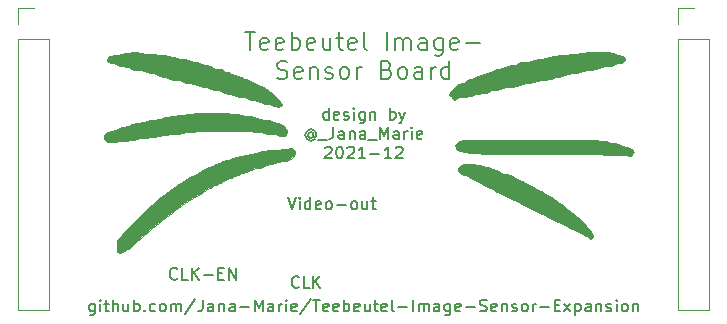
<source format=gto>
G04 #@! TF.GenerationSoftware,KiCad,Pcbnew,5.1.5+dfsg1-2build2*
G04 #@! TF.CreationDate,2021-12-29T20:58:04+01:00*
G04 #@! TF.ProjectId,teebeutel_image_sensor,74656562-6575-4746-956c-5f696d616765,rev?*
G04 #@! TF.SameCoordinates,Original*
G04 #@! TF.FileFunction,Legend,Top*
G04 #@! TF.FilePolarity,Positive*
%FSLAX46Y46*%
G04 Gerber Fmt 4.6, Leading zero omitted, Abs format (unit mm)*
G04 Created by KiCad (PCBNEW 5.1.5+dfsg1-2build2) date 2021-12-29 20:58:04*
%MOMM*%
%LPD*%
G04 APERTURE LIST*
%ADD10C,0.150000*%
%ADD11C,0.200000*%
%ADD12C,0.010000*%
%ADD13C,0.120000*%
G04 APERTURE END LIST*
D10*
X77214285Y-103685714D02*
X77214285Y-104495238D01*
X77166666Y-104590476D01*
X77119047Y-104638095D01*
X77023809Y-104685714D01*
X76880952Y-104685714D01*
X76785714Y-104638095D01*
X77214285Y-104304761D02*
X77119047Y-104352380D01*
X76928571Y-104352380D01*
X76833333Y-104304761D01*
X76785714Y-104257142D01*
X76738095Y-104161904D01*
X76738095Y-103876190D01*
X76785714Y-103780952D01*
X76833333Y-103733333D01*
X76928571Y-103685714D01*
X77119047Y-103685714D01*
X77214285Y-103733333D01*
X77690476Y-104352380D02*
X77690476Y-103685714D01*
X77690476Y-103352380D02*
X77642857Y-103400000D01*
X77690476Y-103447619D01*
X77738095Y-103400000D01*
X77690476Y-103352380D01*
X77690476Y-103447619D01*
X78023809Y-103685714D02*
X78404761Y-103685714D01*
X78166666Y-103352380D02*
X78166666Y-104209523D01*
X78214285Y-104304761D01*
X78309523Y-104352380D01*
X78404761Y-104352380D01*
X78738095Y-104352380D02*
X78738095Y-103352380D01*
X79166666Y-104352380D02*
X79166666Y-103828571D01*
X79119047Y-103733333D01*
X79023809Y-103685714D01*
X78880952Y-103685714D01*
X78785714Y-103733333D01*
X78738095Y-103780952D01*
X80071428Y-103685714D02*
X80071428Y-104352380D01*
X79642857Y-103685714D02*
X79642857Y-104209523D01*
X79690476Y-104304761D01*
X79785714Y-104352380D01*
X79928571Y-104352380D01*
X80023809Y-104304761D01*
X80071428Y-104257142D01*
X80547619Y-104352380D02*
X80547619Y-103352380D01*
X80547619Y-103733333D02*
X80642857Y-103685714D01*
X80833333Y-103685714D01*
X80928571Y-103733333D01*
X80976190Y-103780952D01*
X81023809Y-103876190D01*
X81023809Y-104161904D01*
X80976190Y-104257142D01*
X80928571Y-104304761D01*
X80833333Y-104352380D01*
X80642857Y-104352380D01*
X80547619Y-104304761D01*
X81452380Y-104257142D02*
X81500000Y-104304761D01*
X81452380Y-104352380D01*
X81404761Y-104304761D01*
X81452380Y-104257142D01*
X81452380Y-104352380D01*
X82357142Y-104304761D02*
X82261904Y-104352380D01*
X82071428Y-104352380D01*
X81976190Y-104304761D01*
X81928571Y-104257142D01*
X81880952Y-104161904D01*
X81880952Y-103876190D01*
X81928571Y-103780952D01*
X81976190Y-103733333D01*
X82071428Y-103685714D01*
X82261904Y-103685714D01*
X82357142Y-103733333D01*
X82928571Y-104352380D02*
X82833333Y-104304761D01*
X82785714Y-104257142D01*
X82738095Y-104161904D01*
X82738095Y-103876190D01*
X82785714Y-103780952D01*
X82833333Y-103733333D01*
X82928571Y-103685714D01*
X83071428Y-103685714D01*
X83166666Y-103733333D01*
X83214285Y-103780952D01*
X83261904Y-103876190D01*
X83261904Y-104161904D01*
X83214285Y-104257142D01*
X83166666Y-104304761D01*
X83071428Y-104352380D01*
X82928571Y-104352380D01*
X83690476Y-104352380D02*
X83690476Y-103685714D01*
X83690476Y-103780952D02*
X83738095Y-103733333D01*
X83833333Y-103685714D01*
X83976190Y-103685714D01*
X84071428Y-103733333D01*
X84119047Y-103828571D01*
X84119047Y-104352380D01*
X84119047Y-103828571D02*
X84166666Y-103733333D01*
X84261904Y-103685714D01*
X84404761Y-103685714D01*
X84500000Y-103733333D01*
X84547619Y-103828571D01*
X84547619Y-104352380D01*
X85738095Y-103304761D02*
X84880952Y-104590476D01*
X86357142Y-103352380D02*
X86357142Y-104066666D01*
X86309523Y-104209523D01*
X86214285Y-104304761D01*
X86071428Y-104352380D01*
X85976190Y-104352380D01*
X87261904Y-104352380D02*
X87261904Y-103828571D01*
X87214285Y-103733333D01*
X87119047Y-103685714D01*
X86928571Y-103685714D01*
X86833333Y-103733333D01*
X87261904Y-104304761D02*
X87166666Y-104352380D01*
X86928571Y-104352380D01*
X86833333Y-104304761D01*
X86785714Y-104209523D01*
X86785714Y-104114285D01*
X86833333Y-104019047D01*
X86928571Y-103971428D01*
X87166666Y-103971428D01*
X87261904Y-103923809D01*
X87738095Y-103685714D02*
X87738095Y-104352380D01*
X87738095Y-103780952D02*
X87785714Y-103733333D01*
X87880952Y-103685714D01*
X88023809Y-103685714D01*
X88119047Y-103733333D01*
X88166666Y-103828571D01*
X88166666Y-104352380D01*
X89071428Y-104352380D02*
X89071428Y-103828571D01*
X89023809Y-103733333D01*
X88928571Y-103685714D01*
X88738095Y-103685714D01*
X88642857Y-103733333D01*
X89071428Y-104304761D02*
X88976190Y-104352380D01*
X88738095Y-104352380D01*
X88642857Y-104304761D01*
X88595238Y-104209523D01*
X88595238Y-104114285D01*
X88642857Y-104019047D01*
X88738095Y-103971428D01*
X88976190Y-103971428D01*
X89071428Y-103923809D01*
X89547619Y-103971428D02*
X90309523Y-103971428D01*
X90785714Y-104352380D02*
X90785714Y-103352380D01*
X91119047Y-104066666D01*
X91452380Y-103352380D01*
X91452380Y-104352380D01*
X92357142Y-104352380D02*
X92357142Y-103828571D01*
X92309523Y-103733333D01*
X92214285Y-103685714D01*
X92023809Y-103685714D01*
X91928571Y-103733333D01*
X92357142Y-104304761D02*
X92261904Y-104352380D01*
X92023809Y-104352380D01*
X91928571Y-104304761D01*
X91880952Y-104209523D01*
X91880952Y-104114285D01*
X91928571Y-104019047D01*
X92023809Y-103971428D01*
X92261904Y-103971428D01*
X92357142Y-103923809D01*
X92833333Y-104352380D02*
X92833333Y-103685714D01*
X92833333Y-103876190D02*
X92880952Y-103780952D01*
X92928571Y-103733333D01*
X93023809Y-103685714D01*
X93119047Y-103685714D01*
X93452380Y-104352380D02*
X93452380Y-103685714D01*
X93452380Y-103352380D02*
X93404761Y-103400000D01*
X93452380Y-103447619D01*
X93500000Y-103400000D01*
X93452380Y-103352380D01*
X93452380Y-103447619D01*
X94309523Y-104304761D02*
X94214285Y-104352380D01*
X94023809Y-104352380D01*
X93928571Y-104304761D01*
X93880952Y-104209523D01*
X93880952Y-103828571D01*
X93928571Y-103733333D01*
X94023809Y-103685714D01*
X94214285Y-103685714D01*
X94309523Y-103733333D01*
X94357142Y-103828571D01*
X94357142Y-103923809D01*
X93880952Y-104019047D01*
X95500000Y-103304761D02*
X94642857Y-104590476D01*
X95690476Y-103352380D02*
X96261904Y-103352380D01*
X95976190Y-104352380D02*
X95976190Y-103352380D01*
X96976190Y-104304761D02*
X96880952Y-104352380D01*
X96690476Y-104352380D01*
X96595238Y-104304761D01*
X96547619Y-104209523D01*
X96547619Y-103828571D01*
X96595238Y-103733333D01*
X96690476Y-103685714D01*
X96880952Y-103685714D01*
X96976190Y-103733333D01*
X97023809Y-103828571D01*
X97023809Y-103923809D01*
X96547619Y-104019047D01*
X97833333Y-104304761D02*
X97738095Y-104352380D01*
X97547619Y-104352380D01*
X97452380Y-104304761D01*
X97404761Y-104209523D01*
X97404761Y-103828571D01*
X97452380Y-103733333D01*
X97547619Y-103685714D01*
X97738095Y-103685714D01*
X97833333Y-103733333D01*
X97880952Y-103828571D01*
X97880952Y-103923809D01*
X97404761Y-104019047D01*
X98309523Y-104352380D02*
X98309523Y-103352380D01*
X98309523Y-103733333D02*
X98404761Y-103685714D01*
X98595238Y-103685714D01*
X98690476Y-103733333D01*
X98738095Y-103780952D01*
X98785714Y-103876190D01*
X98785714Y-104161904D01*
X98738095Y-104257142D01*
X98690476Y-104304761D01*
X98595238Y-104352380D01*
X98404761Y-104352380D01*
X98309523Y-104304761D01*
X99595238Y-104304761D02*
X99500000Y-104352380D01*
X99309523Y-104352380D01*
X99214285Y-104304761D01*
X99166666Y-104209523D01*
X99166666Y-103828571D01*
X99214285Y-103733333D01*
X99309523Y-103685714D01*
X99500000Y-103685714D01*
X99595238Y-103733333D01*
X99642857Y-103828571D01*
X99642857Y-103923809D01*
X99166666Y-104019047D01*
X100500000Y-103685714D02*
X100500000Y-104352380D01*
X100071428Y-103685714D02*
X100071428Y-104209523D01*
X100119047Y-104304761D01*
X100214285Y-104352380D01*
X100357142Y-104352380D01*
X100452380Y-104304761D01*
X100500000Y-104257142D01*
X100833333Y-103685714D02*
X101214285Y-103685714D01*
X100976190Y-103352380D02*
X100976190Y-104209523D01*
X101023809Y-104304761D01*
X101119047Y-104352380D01*
X101214285Y-104352380D01*
X101928571Y-104304761D02*
X101833333Y-104352380D01*
X101642857Y-104352380D01*
X101547619Y-104304761D01*
X101500000Y-104209523D01*
X101500000Y-103828571D01*
X101547619Y-103733333D01*
X101642857Y-103685714D01*
X101833333Y-103685714D01*
X101928571Y-103733333D01*
X101976190Y-103828571D01*
X101976190Y-103923809D01*
X101500000Y-104019047D01*
X102547619Y-104352380D02*
X102452380Y-104304761D01*
X102404761Y-104209523D01*
X102404761Y-103352380D01*
X102928571Y-103971428D02*
X103690476Y-103971428D01*
X104166666Y-104352380D02*
X104166666Y-103352380D01*
X104642857Y-104352380D02*
X104642857Y-103685714D01*
X104642857Y-103780952D02*
X104690476Y-103733333D01*
X104785714Y-103685714D01*
X104928571Y-103685714D01*
X105023809Y-103733333D01*
X105071428Y-103828571D01*
X105071428Y-104352380D01*
X105071428Y-103828571D02*
X105119047Y-103733333D01*
X105214285Y-103685714D01*
X105357142Y-103685714D01*
X105452380Y-103733333D01*
X105500000Y-103828571D01*
X105500000Y-104352380D01*
X106404761Y-104352380D02*
X106404761Y-103828571D01*
X106357142Y-103733333D01*
X106261904Y-103685714D01*
X106071428Y-103685714D01*
X105976190Y-103733333D01*
X106404761Y-104304761D02*
X106309523Y-104352380D01*
X106071428Y-104352380D01*
X105976190Y-104304761D01*
X105928571Y-104209523D01*
X105928571Y-104114285D01*
X105976190Y-104019047D01*
X106071428Y-103971428D01*
X106309523Y-103971428D01*
X106404761Y-103923809D01*
X107309523Y-103685714D02*
X107309523Y-104495238D01*
X107261904Y-104590476D01*
X107214285Y-104638095D01*
X107119047Y-104685714D01*
X106976190Y-104685714D01*
X106880952Y-104638095D01*
X107309523Y-104304761D02*
X107214285Y-104352380D01*
X107023809Y-104352380D01*
X106928571Y-104304761D01*
X106880952Y-104257142D01*
X106833333Y-104161904D01*
X106833333Y-103876190D01*
X106880952Y-103780952D01*
X106928571Y-103733333D01*
X107023809Y-103685714D01*
X107214285Y-103685714D01*
X107309523Y-103733333D01*
X108166666Y-104304761D02*
X108071428Y-104352380D01*
X107880952Y-104352380D01*
X107785714Y-104304761D01*
X107738095Y-104209523D01*
X107738095Y-103828571D01*
X107785714Y-103733333D01*
X107880952Y-103685714D01*
X108071428Y-103685714D01*
X108166666Y-103733333D01*
X108214285Y-103828571D01*
X108214285Y-103923809D01*
X107738095Y-104019047D01*
X108642857Y-103971428D02*
X109404761Y-103971428D01*
X109833333Y-104304761D02*
X109976190Y-104352380D01*
X110214285Y-104352380D01*
X110309523Y-104304761D01*
X110357142Y-104257142D01*
X110404761Y-104161904D01*
X110404761Y-104066666D01*
X110357142Y-103971428D01*
X110309523Y-103923809D01*
X110214285Y-103876190D01*
X110023809Y-103828571D01*
X109928571Y-103780952D01*
X109880952Y-103733333D01*
X109833333Y-103638095D01*
X109833333Y-103542857D01*
X109880952Y-103447619D01*
X109928571Y-103400000D01*
X110023809Y-103352380D01*
X110261904Y-103352380D01*
X110404761Y-103400000D01*
X111214285Y-104304761D02*
X111119047Y-104352380D01*
X110928571Y-104352380D01*
X110833333Y-104304761D01*
X110785714Y-104209523D01*
X110785714Y-103828571D01*
X110833333Y-103733333D01*
X110928571Y-103685714D01*
X111119047Y-103685714D01*
X111214285Y-103733333D01*
X111261904Y-103828571D01*
X111261904Y-103923809D01*
X110785714Y-104019047D01*
X111690476Y-103685714D02*
X111690476Y-104352380D01*
X111690476Y-103780952D02*
X111738095Y-103733333D01*
X111833333Y-103685714D01*
X111976190Y-103685714D01*
X112071428Y-103733333D01*
X112119047Y-103828571D01*
X112119047Y-104352380D01*
X112547619Y-104304761D02*
X112642857Y-104352380D01*
X112833333Y-104352380D01*
X112928571Y-104304761D01*
X112976190Y-104209523D01*
X112976190Y-104161904D01*
X112928571Y-104066666D01*
X112833333Y-104019047D01*
X112690476Y-104019047D01*
X112595238Y-103971428D01*
X112547619Y-103876190D01*
X112547619Y-103828571D01*
X112595238Y-103733333D01*
X112690476Y-103685714D01*
X112833333Y-103685714D01*
X112928571Y-103733333D01*
X113547619Y-104352380D02*
X113452380Y-104304761D01*
X113404761Y-104257142D01*
X113357142Y-104161904D01*
X113357142Y-103876190D01*
X113404761Y-103780952D01*
X113452380Y-103733333D01*
X113547619Y-103685714D01*
X113690476Y-103685714D01*
X113785714Y-103733333D01*
X113833333Y-103780952D01*
X113880952Y-103876190D01*
X113880952Y-104161904D01*
X113833333Y-104257142D01*
X113785714Y-104304761D01*
X113690476Y-104352380D01*
X113547619Y-104352380D01*
X114309523Y-104352380D02*
X114309523Y-103685714D01*
X114309523Y-103876190D02*
X114357142Y-103780952D01*
X114404761Y-103733333D01*
X114499999Y-103685714D01*
X114595238Y-103685714D01*
X114928571Y-103971428D02*
X115690476Y-103971428D01*
X116166666Y-103828571D02*
X116500000Y-103828571D01*
X116642857Y-104352380D02*
X116166666Y-104352380D01*
X116166666Y-103352380D01*
X116642857Y-103352380D01*
X116976190Y-104352380D02*
X117499999Y-103685714D01*
X116976190Y-103685714D02*
X117499999Y-104352380D01*
X117880952Y-103685714D02*
X117880952Y-104685714D01*
X117880952Y-103733333D02*
X117976190Y-103685714D01*
X118166666Y-103685714D01*
X118261904Y-103733333D01*
X118309523Y-103780952D01*
X118357142Y-103876190D01*
X118357142Y-104161904D01*
X118309523Y-104257142D01*
X118261904Y-104304761D01*
X118166666Y-104352380D01*
X117976190Y-104352380D01*
X117880952Y-104304761D01*
X119214285Y-104352380D02*
X119214285Y-103828571D01*
X119166666Y-103733333D01*
X119071428Y-103685714D01*
X118880952Y-103685714D01*
X118785714Y-103733333D01*
X119214285Y-104304761D02*
X119119047Y-104352380D01*
X118880952Y-104352380D01*
X118785714Y-104304761D01*
X118738095Y-104209523D01*
X118738095Y-104114285D01*
X118785714Y-104019047D01*
X118880952Y-103971428D01*
X119119047Y-103971428D01*
X119214285Y-103923809D01*
X119690476Y-103685714D02*
X119690476Y-104352380D01*
X119690476Y-103780952D02*
X119738095Y-103733333D01*
X119833333Y-103685714D01*
X119976190Y-103685714D01*
X120071428Y-103733333D01*
X120119047Y-103828571D01*
X120119047Y-104352380D01*
X120547619Y-104304761D02*
X120642857Y-104352380D01*
X120833333Y-104352380D01*
X120928571Y-104304761D01*
X120976190Y-104209523D01*
X120976190Y-104161904D01*
X120928571Y-104066666D01*
X120833333Y-104019047D01*
X120690476Y-104019047D01*
X120595238Y-103971428D01*
X120547619Y-103876190D01*
X120547619Y-103828571D01*
X120595238Y-103733333D01*
X120690476Y-103685714D01*
X120833333Y-103685714D01*
X120928571Y-103733333D01*
X121404761Y-104352380D02*
X121404761Y-103685714D01*
X121404761Y-103352380D02*
X121357142Y-103400000D01*
X121404761Y-103447619D01*
X121452380Y-103400000D01*
X121404761Y-103352380D01*
X121404761Y-103447619D01*
X122023809Y-104352380D02*
X121928571Y-104304761D01*
X121880952Y-104257142D01*
X121833333Y-104161904D01*
X121833333Y-103876190D01*
X121880952Y-103780952D01*
X121928571Y-103733333D01*
X122023809Y-103685714D01*
X122166666Y-103685714D01*
X122261904Y-103733333D01*
X122309523Y-103780952D01*
X122357142Y-103876190D01*
X122357142Y-104161904D01*
X122309523Y-104257142D01*
X122261904Y-104304761D01*
X122166666Y-104352380D01*
X122023809Y-104352380D01*
X122785714Y-103685714D02*
X122785714Y-104352380D01*
X122785714Y-103780952D02*
X122833333Y-103733333D01*
X122928571Y-103685714D01*
X123071428Y-103685714D01*
X123166666Y-103733333D01*
X123214285Y-103828571D01*
X123214285Y-104352380D01*
X97023809Y-88102380D02*
X97023809Y-87102380D01*
X97023809Y-88054761D02*
X96928571Y-88102380D01*
X96738095Y-88102380D01*
X96642857Y-88054761D01*
X96595238Y-88007142D01*
X96547619Y-87911904D01*
X96547619Y-87626190D01*
X96595238Y-87530952D01*
X96642857Y-87483333D01*
X96738095Y-87435714D01*
X96928571Y-87435714D01*
X97023809Y-87483333D01*
X97880952Y-88054761D02*
X97785714Y-88102380D01*
X97595238Y-88102380D01*
X97500000Y-88054761D01*
X97452380Y-87959523D01*
X97452380Y-87578571D01*
X97500000Y-87483333D01*
X97595238Y-87435714D01*
X97785714Y-87435714D01*
X97880952Y-87483333D01*
X97928571Y-87578571D01*
X97928571Y-87673809D01*
X97452380Y-87769047D01*
X98309523Y-88054761D02*
X98404761Y-88102380D01*
X98595238Y-88102380D01*
X98690476Y-88054761D01*
X98738095Y-87959523D01*
X98738095Y-87911904D01*
X98690476Y-87816666D01*
X98595238Y-87769047D01*
X98452380Y-87769047D01*
X98357142Y-87721428D01*
X98309523Y-87626190D01*
X98309523Y-87578571D01*
X98357142Y-87483333D01*
X98452380Y-87435714D01*
X98595238Y-87435714D01*
X98690476Y-87483333D01*
X99166666Y-88102380D02*
X99166666Y-87435714D01*
X99166666Y-87102380D02*
X99119047Y-87150000D01*
X99166666Y-87197619D01*
X99214285Y-87150000D01*
X99166666Y-87102380D01*
X99166666Y-87197619D01*
X100071428Y-87435714D02*
X100071428Y-88245238D01*
X100023809Y-88340476D01*
X99976190Y-88388095D01*
X99880952Y-88435714D01*
X99738095Y-88435714D01*
X99642857Y-88388095D01*
X100071428Y-88054761D02*
X99976190Y-88102380D01*
X99785714Y-88102380D01*
X99690476Y-88054761D01*
X99642857Y-88007142D01*
X99595238Y-87911904D01*
X99595238Y-87626190D01*
X99642857Y-87530952D01*
X99690476Y-87483333D01*
X99785714Y-87435714D01*
X99976190Y-87435714D01*
X100071428Y-87483333D01*
X100547619Y-87435714D02*
X100547619Y-88102380D01*
X100547619Y-87530952D02*
X100595238Y-87483333D01*
X100690476Y-87435714D01*
X100833333Y-87435714D01*
X100928571Y-87483333D01*
X100976190Y-87578571D01*
X100976190Y-88102380D01*
X102214285Y-88102380D02*
X102214285Y-87102380D01*
X102214285Y-87483333D02*
X102309523Y-87435714D01*
X102500000Y-87435714D01*
X102595238Y-87483333D01*
X102642857Y-87530952D01*
X102690476Y-87626190D01*
X102690476Y-87911904D01*
X102642857Y-88007142D01*
X102595238Y-88054761D01*
X102500000Y-88102380D01*
X102309523Y-88102380D01*
X102214285Y-88054761D01*
X103023809Y-87435714D02*
X103261904Y-88102380D01*
X103500000Y-87435714D02*
X103261904Y-88102380D01*
X103166666Y-88340476D01*
X103119047Y-88388095D01*
X103023809Y-88435714D01*
X95714285Y-89276190D02*
X95666666Y-89228571D01*
X95571428Y-89180952D01*
X95476190Y-89180952D01*
X95380952Y-89228571D01*
X95333333Y-89276190D01*
X95285714Y-89371428D01*
X95285714Y-89466666D01*
X95333333Y-89561904D01*
X95380952Y-89609523D01*
X95476190Y-89657142D01*
X95571428Y-89657142D01*
X95666666Y-89609523D01*
X95714285Y-89561904D01*
X95714285Y-89180952D02*
X95714285Y-89561904D01*
X95761904Y-89609523D01*
X95809523Y-89609523D01*
X95904761Y-89561904D01*
X95952380Y-89466666D01*
X95952380Y-89228571D01*
X95857142Y-89085714D01*
X95714285Y-88990476D01*
X95523809Y-88942857D01*
X95333333Y-88990476D01*
X95190476Y-89085714D01*
X95095238Y-89228571D01*
X95047619Y-89419047D01*
X95095238Y-89609523D01*
X95190476Y-89752380D01*
X95333333Y-89847619D01*
X95523809Y-89895238D01*
X95714285Y-89847619D01*
X95857142Y-89752380D01*
X96142857Y-89847619D02*
X96904761Y-89847619D01*
X97428571Y-88752380D02*
X97428571Y-89466666D01*
X97380952Y-89609523D01*
X97285714Y-89704761D01*
X97142857Y-89752380D01*
X97047619Y-89752380D01*
X98333333Y-89752380D02*
X98333333Y-89228571D01*
X98285714Y-89133333D01*
X98190476Y-89085714D01*
X98000000Y-89085714D01*
X97904761Y-89133333D01*
X98333333Y-89704761D02*
X98238095Y-89752380D01*
X98000000Y-89752380D01*
X97904761Y-89704761D01*
X97857142Y-89609523D01*
X97857142Y-89514285D01*
X97904761Y-89419047D01*
X98000000Y-89371428D01*
X98238095Y-89371428D01*
X98333333Y-89323809D01*
X98809523Y-89085714D02*
X98809523Y-89752380D01*
X98809523Y-89180952D02*
X98857142Y-89133333D01*
X98952380Y-89085714D01*
X99095238Y-89085714D01*
X99190476Y-89133333D01*
X99238095Y-89228571D01*
X99238095Y-89752380D01*
X100142857Y-89752380D02*
X100142857Y-89228571D01*
X100095238Y-89133333D01*
X100000000Y-89085714D01*
X99809523Y-89085714D01*
X99714285Y-89133333D01*
X100142857Y-89704761D02*
X100047619Y-89752380D01*
X99809523Y-89752380D01*
X99714285Y-89704761D01*
X99666666Y-89609523D01*
X99666666Y-89514285D01*
X99714285Y-89419047D01*
X99809523Y-89371428D01*
X100047619Y-89371428D01*
X100142857Y-89323809D01*
X100380952Y-89847619D02*
X101142857Y-89847619D01*
X101380952Y-89752380D02*
X101380952Y-88752380D01*
X101714285Y-89466666D01*
X102047619Y-88752380D01*
X102047619Y-89752380D01*
X102952380Y-89752380D02*
X102952380Y-89228571D01*
X102904761Y-89133333D01*
X102809523Y-89085714D01*
X102619047Y-89085714D01*
X102523809Y-89133333D01*
X102952380Y-89704761D02*
X102857142Y-89752380D01*
X102619047Y-89752380D01*
X102523809Y-89704761D01*
X102476190Y-89609523D01*
X102476190Y-89514285D01*
X102523809Y-89419047D01*
X102619047Y-89371428D01*
X102857142Y-89371428D01*
X102952380Y-89323809D01*
X103428571Y-89752380D02*
X103428571Y-89085714D01*
X103428571Y-89276190D02*
X103476190Y-89180952D01*
X103523809Y-89133333D01*
X103619047Y-89085714D01*
X103714285Y-89085714D01*
X104047619Y-89752380D02*
X104047619Y-89085714D01*
X104047619Y-88752380D02*
X104000000Y-88800000D01*
X104047619Y-88847619D01*
X104095238Y-88800000D01*
X104047619Y-88752380D01*
X104047619Y-88847619D01*
X104904761Y-89704761D02*
X104809523Y-89752380D01*
X104619047Y-89752380D01*
X104523809Y-89704761D01*
X104476190Y-89609523D01*
X104476190Y-89228571D01*
X104523809Y-89133333D01*
X104619047Y-89085714D01*
X104809523Y-89085714D01*
X104904761Y-89133333D01*
X104952380Y-89228571D01*
X104952380Y-89323809D01*
X104476190Y-89419047D01*
X96714285Y-90497619D02*
X96761904Y-90450000D01*
X96857142Y-90402380D01*
X97095238Y-90402380D01*
X97190476Y-90450000D01*
X97238095Y-90497619D01*
X97285714Y-90592857D01*
X97285714Y-90688095D01*
X97238095Y-90830952D01*
X96666666Y-91402380D01*
X97285714Y-91402380D01*
X97904761Y-90402380D02*
X98000000Y-90402380D01*
X98095238Y-90450000D01*
X98142857Y-90497619D01*
X98190476Y-90592857D01*
X98238095Y-90783333D01*
X98238095Y-91021428D01*
X98190476Y-91211904D01*
X98142857Y-91307142D01*
X98095238Y-91354761D01*
X98000000Y-91402380D01*
X97904761Y-91402380D01*
X97809523Y-91354761D01*
X97761904Y-91307142D01*
X97714285Y-91211904D01*
X97666666Y-91021428D01*
X97666666Y-90783333D01*
X97714285Y-90592857D01*
X97761904Y-90497619D01*
X97809523Y-90450000D01*
X97904761Y-90402380D01*
X98619047Y-90497619D02*
X98666666Y-90450000D01*
X98761904Y-90402380D01*
X99000000Y-90402380D01*
X99095238Y-90450000D01*
X99142857Y-90497619D01*
X99190476Y-90592857D01*
X99190476Y-90688095D01*
X99142857Y-90830952D01*
X98571428Y-91402380D01*
X99190476Y-91402380D01*
X100142857Y-91402380D02*
X99571428Y-91402380D01*
X99857142Y-91402380D02*
X99857142Y-90402380D01*
X99761904Y-90545238D01*
X99666666Y-90640476D01*
X99571428Y-90688095D01*
X100571428Y-91021428D02*
X101333333Y-91021428D01*
X102333333Y-91402380D02*
X101761904Y-91402380D01*
X102047619Y-91402380D02*
X102047619Y-90402380D01*
X101952380Y-90545238D01*
X101857142Y-90640476D01*
X101761904Y-90688095D01*
X102714285Y-90497619D02*
X102761904Y-90450000D01*
X102857142Y-90402380D01*
X103095238Y-90402380D01*
X103190476Y-90450000D01*
X103238095Y-90497619D01*
X103285714Y-90592857D01*
X103285714Y-90688095D01*
X103238095Y-90830952D01*
X102666666Y-91402380D01*
X103285714Y-91402380D01*
D11*
X89964285Y-80703571D02*
X90821428Y-80703571D01*
X90392857Y-82203571D02*
X90392857Y-80703571D01*
X91892857Y-82132142D02*
X91750000Y-82203571D01*
X91464285Y-82203571D01*
X91321428Y-82132142D01*
X91250000Y-81989285D01*
X91250000Y-81417857D01*
X91321428Y-81275000D01*
X91464285Y-81203571D01*
X91750000Y-81203571D01*
X91892857Y-81275000D01*
X91964285Y-81417857D01*
X91964285Y-81560714D01*
X91250000Y-81703571D01*
X93178571Y-82132142D02*
X93035714Y-82203571D01*
X92750000Y-82203571D01*
X92607142Y-82132142D01*
X92535714Y-81989285D01*
X92535714Y-81417857D01*
X92607142Y-81275000D01*
X92750000Y-81203571D01*
X93035714Y-81203571D01*
X93178571Y-81275000D01*
X93250000Y-81417857D01*
X93250000Y-81560714D01*
X92535714Y-81703571D01*
X93892857Y-82203571D02*
X93892857Y-80703571D01*
X93892857Y-81275000D02*
X94035714Y-81203571D01*
X94321428Y-81203571D01*
X94464285Y-81275000D01*
X94535714Y-81346428D01*
X94607142Y-81489285D01*
X94607142Y-81917857D01*
X94535714Y-82060714D01*
X94464285Y-82132142D01*
X94321428Y-82203571D01*
X94035714Y-82203571D01*
X93892857Y-82132142D01*
X95821428Y-82132142D02*
X95678571Y-82203571D01*
X95392857Y-82203571D01*
X95250000Y-82132142D01*
X95178571Y-81989285D01*
X95178571Y-81417857D01*
X95250000Y-81275000D01*
X95392857Y-81203571D01*
X95678571Y-81203571D01*
X95821428Y-81275000D01*
X95892857Y-81417857D01*
X95892857Y-81560714D01*
X95178571Y-81703571D01*
X97178571Y-81203571D02*
X97178571Y-82203571D01*
X96535714Y-81203571D02*
X96535714Y-81989285D01*
X96607142Y-82132142D01*
X96750000Y-82203571D01*
X96964285Y-82203571D01*
X97107142Y-82132142D01*
X97178571Y-82060714D01*
X97678571Y-81203571D02*
X98250000Y-81203571D01*
X97892857Y-80703571D02*
X97892857Y-81989285D01*
X97964285Y-82132142D01*
X98107142Y-82203571D01*
X98250000Y-82203571D01*
X99321428Y-82132142D02*
X99178571Y-82203571D01*
X98892857Y-82203571D01*
X98750000Y-82132142D01*
X98678571Y-81989285D01*
X98678571Y-81417857D01*
X98750000Y-81275000D01*
X98892857Y-81203571D01*
X99178571Y-81203571D01*
X99321428Y-81275000D01*
X99392857Y-81417857D01*
X99392857Y-81560714D01*
X98678571Y-81703571D01*
X100250000Y-82203571D02*
X100107142Y-82132142D01*
X100035714Y-81989285D01*
X100035714Y-80703571D01*
X101964285Y-82203571D02*
X101964285Y-80703571D01*
X102678571Y-82203571D02*
X102678571Y-81203571D01*
X102678571Y-81346428D02*
X102750000Y-81275000D01*
X102892857Y-81203571D01*
X103107142Y-81203571D01*
X103250000Y-81275000D01*
X103321428Y-81417857D01*
X103321428Y-82203571D01*
X103321428Y-81417857D02*
X103392857Y-81275000D01*
X103535714Y-81203571D01*
X103750000Y-81203571D01*
X103892857Y-81275000D01*
X103964285Y-81417857D01*
X103964285Y-82203571D01*
X105321428Y-82203571D02*
X105321428Y-81417857D01*
X105250000Y-81275000D01*
X105107142Y-81203571D01*
X104821428Y-81203571D01*
X104678571Y-81275000D01*
X105321428Y-82132142D02*
X105178571Y-82203571D01*
X104821428Y-82203571D01*
X104678571Y-82132142D01*
X104607142Y-81989285D01*
X104607142Y-81846428D01*
X104678571Y-81703571D01*
X104821428Y-81632142D01*
X105178571Y-81632142D01*
X105321428Y-81560714D01*
X106678571Y-81203571D02*
X106678571Y-82417857D01*
X106607142Y-82560714D01*
X106535714Y-82632142D01*
X106392857Y-82703571D01*
X106178571Y-82703571D01*
X106035714Y-82632142D01*
X106678571Y-82132142D02*
X106535714Y-82203571D01*
X106250000Y-82203571D01*
X106107142Y-82132142D01*
X106035714Y-82060714D01*
X105964285Y-81917857D01*
X105964285Y-81489285D01*
X106035714Y-81346428D01*
X106107142Y-81275000D01*
X106250000Y-81203571D01*
X106535714Y-81203571D01*
X106678571Y-81275000D01*
X107964285Y-82132142D02*
X107821428Y-82203571D01*
X107535714Y-82203571D01*
X107392857Y-82132142D01*
X107321428Y-81989285D01*
X107321428Y-81417857D01*
X107392857Y-81275000D01*
X107535714Y-81203571D01*
X107821428Y-81203571D01*
X107964285Y-81275000D01*
X108035714Y-81417857D01*
X108035714Y-81560714D01*
X107321428Y-81703571D01*
X108678571Y-81632142D02*
X109821428Y-81632142D01*
X92678571Y-84582142D02*
X92892857Y-84653571D01*
X93250000Y-84653571D01*
X93392857Y-84582142D01*
X93464285Y-84510714D01*
X93535714Y-84367857D01*
X93535714Y-84225000D01*
X93464285Y-84082142D01*
X93392857Y-84010714D01*
X93250000Y-83939285D01*
X92964285Y-83867857D01*
X92821428Y-83796428D01*
X92750000Y-83725000D01*
X92678571Y-83582142D01*
X92678571Y-83439285D01*
X92750000Y-83296428D01*
X92821428Y-83225000D01*
X92964285Y-83153571D01*
X93321428Y-83153571D01*
X93535714Y-83225000D01*
X94750000Y-84582142D02*
X94607142Y-84653571D01*
X94321428Y-84653571D01*
X94178571Y-84582142D01*
X94107142Y-84439285D01*
X94107142Y-83867857D01*
X94178571Y-83725000D01*
X94321428Y-83653571D01*
X94607142Y-83653571D01*
X94750000Y-83725000D01*
X94821428Y-83867857D01*
X94821428Y-84010714D01*
X94107142Y-84153571D01*
X95464285Y-83653571D02*
X95464285Y-84653571D01*
X95464285Y-83796428D02*
X95535714Y-83725000D01*
X95678571Y-83653571D01*
X95892857Y-83653571D01*
X96035714Y-83725000D01*
X96107142Y-83867857D01*
X96107142Y-84653571D01*
X96750000Y-84582142D02*
X96892857Y-84653571D01*
X97178571Y-84653571D01*
X97321428Y-84582142D01*
X97392857Y-84439285D01*
X97392857Y-84367857D01*
X97321428Y-84225000D01*
X97178571Y-84153571D01*
X96964285Y-84153571D01*
X96821428Y-84082142D01*
X96750000Y-83939285D01*
X96750000Y-83867857D01*
X96821428Y-83725000D01*
X96964285Y-83653571D01*
X97178571Y-83653571D01*
X97321428Y-83725000D01*
X98250000Y-84653571D02*
X98107142Y-84582142D01*
X98035714Y-84510714D01*
X97964285Y-84367857D01*
X97964285Y-83939285D01*
X98035714Y-83796428D01*
X98107142Y-83725000D01*
X98250000Y-83653571D01*
X98464285Y-83653571D01*
X98607142Y-83725000D01*
X98678571Y-83796428D01*
X98750000Y-83939285D01*
X98750000Y-84367857D01*
X98678571Y-84510714D01*
X98607142Y-84582142D01*
X98464285Y-84653571D01*
X98250000Y-84653571D01*
X99392857Y-84653571D02*
X99392857Y-83653571D01*
X99392857Y-83939285D02*
X99464285Y-83796428D01*
X99535714Y-83725000D01*
X99678571Y-83653571D01*
X99821428Y-83653571D01*
X101964285Y-83867857D02*
X102178571Y-83939285D01*
X102250000Y-84010714D01*
X102321428Y-84153571D01*
X102321428Y-84367857D01*
X102250000Y-84510714D01*
X102178571Y-84582142D01*
X102035714Y-84653571D01*
X101464285Y-84653571D01*
X101464285Y-83153571D01*
X101964285Y-83153571D01*
X102107142Y-83225000D01*
X102178571Y-83296428D01*
X102250000Y-83439285D01*
X102250000Y-83582142D01*
X102178571Y-83725000D01*
X102107142Y-83796428D01*
X101964285Y-83867857D01*
X101464285Y-83867857D01*
X103178571Y-84653571D02*
X103035714Y-84582142D01*
X102964285Y-84510714D01*
X102892857Y-84367857D01*
X102892857Y-83939285D01*
X102964285Y-83796428D01*
X103035714Y-83725000D01*
X103178571Y-83653571D01*
X103392857Y-83653571D01*
X103535714Y-83725000D01*
X103607142Y-83796428D01*
X103678571Y-83939285D01*
X103678571Y-84367857D01*
X103607142Y-84510714D01*
X103535714Y-84582142D01*
X103392857Y-84653571D01*
X103178571Y-84653571D01*
X104964285Y-84653571D02*
X104964285Y-83867857D01*
X104892857Y-83725000D01*
X104750000Y-83653571D01*
X104464285Y-83653571D01*
X104321428Y-83725000D01*
X104964285Y-84582142D02*
X104821428Y-84653571D01*
X104464285Y-84653571D01*
X104321428Y-84582142D01*
X104250000Y-84439285D01*
X104250000Y-84296428D01*
X104321428Y-84153571D01*
X104464285Y-84082142D01*
X104821428Y-84082142D01*
X104964285Y-84010714D01*
X105678571Y-84653571D02*
X105678571Y-83653571D01*
X105678571Y-83939285D02*
X105750000Y-83796428D01*
X105821428Y-83725000D01*
X105964285Y-83653571D01*
X106107142Y-83653571D01*
X107250000Y-84653571D02*
X107250000Y-83153571D01*
X107250000Y-84582142D02*
X107107142Y-84653571D01*
X106821428Y-84653571D01*
X106678571Y-84582142D01*
X106607142Y-84510714D01*
X106535714Y-84367857D01*
X106535714Y-83939285D01*
X106607142Y-83796428D01*
X106678571Y-83725000D01*
X106821428Y-83653571D01*
X107107142Y-83653571D01*
X107250000Y-83725000D01*
D10*
X94504761Y-102257142D02*
X94457142Y-102304761D01*
X94314285Y-102352380D01*
X94219047Y-102352380D01*
X94076190Y-102304761D01*
X93980952Y-102209523D01*
X93933333Y-102114285D01*
X93885714Y-101923809D01*
X93885714Y-101780952D01*
X93933333Y-101590476D01*
X93980952Y-101495238D01*
X94076190Y-101400000D01*
X94219047Y-101352380D01*
X94314285Y-101352380D01*
X94457142Y-101400000D01*
X94504761Y-101447619D01*
X95409523Y-102352380D02*
X94933333Y-102352380D01*
X94933333Y-101352380D01*
X95742857Y-102352380D02*
X95742857Y-101352380D01*
X96314285Y-102352380D02*
X95885714Y-101780952D01*
X96314285Y-101352380D02*
X95742857Y-101923809D01*
X84209523Y-101557142D02*
X84161904Y-101604761D01*
X84019047Y-101652380D01*
X83923809Y-101652380D01*
X83780952Y-101604761D01*
X83685714Y-101509523D01*
X83638095Y-101414285D01*
X83590476Y-101223809D01*
X83590476Y-101080952D01*
X83638095Y-100890476D01*
X83685714Y-100795238D01*
X83780952Y-100700000D01*
X83923809Y-100652380D01*
X84019047Y-100652380D01*
X84161904Y-100700000D01*
X84209523Y-100747619D01*
X85114285Y-101652380D02*
X84638095Y-101652380D01*
X84638095Y-100652380D01*
X85447619Y-101652380D02*
X85447619Y-100652380D01*
X86019047Y-101652380D02*
X85590476Y-101080952D01*
X86019047Y-100652380D02*
X85447619Y-101223809D01*
X86447619Y-101271428D02*
X87209523Y-101271428D01*
X87685714Y-101128571D02*
X88019047Y-101128571D01*
X88161904Y-101652380D02*
X87685714Y-101652380D01*
X87685714Y-100652380D01*
X88161904Y-100652380D01*
X88590476Y-101652380D02*
X88590476Y-100652380D01*
X89161904Y-101652380D01*
X89161904Y-100652380D01*
X93585714Y-94702380D02*
X93919047Y-95702380D01*
X94252380Y-94702380D01*
X94585714Y-95702380D02*
X94585714Y-95035714D01*
X94585714Y-94702380D02*
X94538095Y-94750000D01*
X94585714Y-94797619D01*
X94633333Y-94750000D01*
X94585714Y-94702380D01*
X94585714Y-94797619D01*
X95490476Y-95702380D02*
X95490476Y-94702380D01*
X95490476Y-95654761D02*
X95395238Y-95702380D01*
X95204761Y-95702380D01*
X95109523Y-95654761D01*
X95061904Y-95607142D01*
X95014285Y-95511904D01*
X95014285Y-95226190D01*
X95061904Y-95130952D01*
X95109523Y-95083333D01*
X95204761Y-95035714D01*
X95395238Y-95035714D01*
X95490476Y-95083333D01*
X96347619Y-95654761D02*
X96252380Y-95702380D01*
X96061904Y-95702380D01*
X95966666Y-95654761D01*
X95919047Y-95559523D01*
X95919047Y-95178571D01*
X95966666Y-95083333D01*
X96061904Y-95035714D01*
X96252380Y-95035714D01*
X96347619Y-95083333D01*
X96395238Y-95178571D01*
X96395238Y-95273809D01*
X95919047Y-95369047D01*
X96966666Y-95702380D02*
X96871428Y-95654761D01*
X96823809Y-95607142D01*
X96776190Y-95511904D01*
X96776190Y-95226190D01*
X96823809Y-95130952D01*
X96871428Y-95083333D01*
X96966666Y-95035714D01*
X97109523Y-95035714D01*
X97204761Y-95083333D01*
X97252380Y-95130952D01*
X97300000Y-95226190D01*
X97300000Y-95511904D01*
X97252380Y-95607142D01*
X97204761Y-95654761D01*
X97109523Y-95702380D01*
X96966666Y-95702380D01*
X97728571Y-95321428D02*
X98490476Y-95321428D01*
X99109523Y-95702380D02*
X99014285Y-95654761D01*
X98966666Y-95607142D01*
X98919047Y-95511904D01*
X98919047Y-95226190D01*
X98966666Y-95130952D01*
X99014285Y-95083333D01*
X99109523Y-95035714D01*
X99252380Y-95035714D01*
X99347619Y-95083333D01*
X99395238Y-95130952D01*
X99442857Y-95226190D01*
X99442857Y-95511904D01*
X99395238Y-95607142D01*
X99347619Y-95654761D01*
X99252380Y-95702380D01*
X99109523Y-95702380D01*
X100300000Y-95035714D02*
X100300000Y-95702380D01*
X99871428Y-95035714D02*
X99871428Y-95559523D01*
X99919047Y-95654761D01*
X100014285Y-95702380D01*
X100157142Y-95702380D01*
X100252380Y-95654761D01*
X100300000Y-95607142D01*
X100633333Y-95035714D02*
X101014285Y-95035714D01*
X100776190Y-94702380D02*
X100776190Y-95559523D01*
X100823809Y-95654761D01*
X100919047Y-95702380D01*
X101014285Y-95702380D01*
D12*
G36*
X120339075Y-82388253D02*
G01*
X120730006Y-82409434D01*
X121031082Y-82446224D01*
X121204810Y-82498119D01*
X121213984Y-82504307D01*
X121427384Y-82602260D01*
X121605119Y-82631307D01*
X121845200Y-82692332D01*
X122028614Y-82839323D01*
X122098000Y-83019096D01*
X122031987Y-83150564D01*
X121878822Y-83278530D01*
X121705817Y-83358560D01*
X121590606Y-83354041D01*
X121465001Y-83355093D01*
X121259694Y-83425467D01*
X121178122Y-83464788D01*
X120920298Y-83564019D01*
X120688774Y-83596568D01*
X120647726Y-83592057D01*
X120457101Y-83598180D01*
X120177849Y-83655088D01*
X119937587Y-83728012D01*
X119619374Y-83823834D01*
X119319786Y-83887753D01*
X119156048Y-83904000D01*
X118881531Y-83938504D01*
X118592424Y-84022429D01*
X118571274Y-84031000D01*
X118268698Y-84118807D01*
X117951273Y-84157876D01*
X117936274Y-84158000D01*
X117624759Y-84192687D01*
X117321344Y-84276772D01*
X117306690Y-84282737D01*
X117038355Y-84369064D01*
X116707481Y-84442189D01*
X116568576Y-84463584D01*
X116264361Y-84519206D01*
X115993789Y-84596319D01*
X115900371Y-84635181D01*
X115658862Y-84713035D01*
X115371861Y-84750154D01*
X115339516Y-84750667D01*
X115038494Y-84781029D01*
X114713045Y-84856173D01*
X114647333Y-84877667D01*
X114350108Y-84958896D01*
X114060506Y-85002373D01*
X113999573Y-85004667D01*
X113757964Y-85033392D01*
X113443272Y-85107269D01*
X113229986Y-85174000D01*
X112889113Y-85270444D01*
X112540389Y-85333179D01*
X112364268Y-85346334D01*
X112076291Y-85375160D01*
X111825051Y-85443480D01*
X111768667Y-85470334D01*
X111546771Y-85548846D01*
X111261959Y-85591815D01*
X111192962Y-85594333D01*
X110891233Y-85629500D01*
X110610538Y-85712494D01*
X110565400Y-85733607D01*
X110333578Y-85816438D01*
X110015642Y-85885446D01*
X109786438Y-85915145D01*
X109480661Y-85958044D01*
X109224280Y-86022052D01*
X109103994Y-86075205D01*
X108926833Y-86139856D01*
X108652610Y-86181421D01*
X108458195Y-86190000D01*
X108100241Y-86215739D01*
X107897421Y-86293872D01*
X107874000Y-86317000D01*
X107760816Y-86422326D01*
X107652431Y-86414772D01*
X107500743Y-86284804D01*
X107451573Y-86233298D01*
X107253629Y-86022597D01*
X107415648Y-85715091D01*
X107662461Y-85398579D01*
X108016111Y-85135224D01*
X108413394Y-84971698D01*
X108635351Y-84885966D01*
X108779275Y-84788820D01*
X108962180Y-84687842D01*
X109091532Y-84666000D01*
X109311653Y-84615021D01*
X109445318Y-84541693D01*
X109635286Y-84441578D01*
X109758140Y-84414693D01*
X109924246Y-84374390D01*
X110154779Y-84277363D01*
X110222553Y-84242667D01*
X110479425Y-84133449D01*
X110718252Y-84075940D01*
X110762212Y-84073334D01*
X110971178Y-84027849D01*
X111091333Y-83946334D01*
X111248864Y-83853044D01*
X111444571Y-83819334D01*
X111706021Y-83778660D01*
X111933317Y-83694755D01*
X112175723Y-83600966D01*
X112473835Y-83525031D01*
X112542945Y-83512920D01*
X112813225Y-83450973D01*
X113034846Y-83366756D01*
X113078672Y-83341165D01*
X113275116Y-83263930D01*
X113533443Y-83227163D01*
X113563792Y-83226667D01*
X113866160Y-83194462D01*
X114175996Y-83116017D01*
X114201120Y-83106936D01*
X114458347Y-83036238D01*
X114801846Y-82974326D01*
X115091365Y-82940832D01*
X115413159Y-82902721D01*
X115688311Y-82849125D01*
X115844144Y-82797191D01*
X115996155Y-82753961D01*
X116277761Y-82707191D01*
X116649465Y-82662375D01*
X117071770Y-82625005D01*
X117093446Y-82623435D01*
X117553437Y-82586882D01*
X118000204Y-82545101D01*
X118380475Y-82503435D01*
X118626667Y-82469655D01*
X119002084Y-82423381D01*
X119437621Y-82394725D01*
X119895782Y-82383183D01*
X120339075Y-82388253D01*
G37*
X120339075Y-82388253D02*
X120730006Y-82409434D01*
X121031082Y-82446224D01*
X121204810Y-82498119D01*
X121213984Y-82504307D01*
X121427384Y-82602260D01*
X121605119Y-82631307D01*
X121845200Y-82692332D01*
X122028614Y-82839323D01*
X122098000Y-83019096D01*
X122031987Y-83150564D01*
X121878822Y-83278530D01*
X121705817Y-83358560D01*
X121590606Y-83354041D01*
X121465001Y-83355093D01*
X121259694Y-83425467D01*
X121178122Y-83464788D01*
X120920298Y-83564019D01*
X120688774Y-83596568D01*
X120647726Y-83592057D01*
X120457101Y-83598180D01*
X120177849Y-83655088D01*
X119937587Y-83728012D01*
X119619374Y-83823834D01*
X119319786Y-83887753D01*
X119156048Y-83904000D01*
X118881531Y-83938504D01*
X118592424Y-84022429D01*
X118571274Y-84031000D01*
X118268698Y-84118807D01*
X117951273Y-84157876D01*
X117936274Y-84158000D01*
X117624759Y-84192687D01*
X117321344Y-84276772D01*
X117306690Y-84282737D01*
X117038355Y-84369064D01*
X116707481Y-84442189D01*
X116568576Y-84463584D01*
X116264361Y-84519206D01*
X115993789Y-84596319D01*
X115900371Y-84635181D01*
X115658862Y-84713035D01*
X115371861Y-84750154D01*
X115339516Y-84750667D01*
X115038494Y-84781029D01*
X114713045Y-84856173D01*
X114647333Y-84877667D01*
X114350108Y-84958896D01*
X114060506Y-85002373D01*
X113999573Y-85004667D01*
X113757964Y-85033392D01*
X113443272Y-85107269D01*
X113229986Y-85174000D01*
X112889113Y-85270444D01*
X112540389Y-85333179D01*
X112364268Y-85346334D01*
X112076291Y-85375160D01*
X111825051Y-85443480D01*
X111768667Y-85470334D01*
X111546771Y-85548846D01*
X111261959Y-85591815D01*
X111192962Y-85594333D01*
X110891233Y-85629500D01*
X110610538Y-85712494D01*
X110565400Y-85733607D01*
X110333578Y-85816438D01*
X110015642Y-85885446D01*
X109786438Y-85915145D01*
X109480661Y-85958044D01*
X109224280Y-86022052D01*
X109103994Y-86075205D01*
X108926833Y-86139856D01*
X108652610Y-86181421D01*
X108458195Y-86190000D01*
X108100241Y-86215739D01*
X107897421Y-86293872D01*
X107874000Y-86317000D01*
X107760816Y-86422326D01*
X107652431Y-86414772D01*
X107500743Y-86284804D01*
X107451573Y-86233298D01*
X107253629Y-86022597D01*
X107415648Y-85715091D01*
X107662461Y-85398579D01*
X108016111Y-85135224D01*
X108413394Y-84971698D01*
X108635351Y-84885966D01*
X108779275Y-84788820D01*
X108962180Y-84687842D01*
X109091532Y-84666000D01*
X109311653Y-84615021D01*
X109445318Y-84541693D01*
X109635286Y-84441578D01*
X109758140Y-84414693D01*
X109924246Y-84374390D01*
X110154779Y-84277363D01*
X110222553Y-84242667D01*
X110479425Y-84133449D01*
X110718252Y-84075940D01*
X110762212Y-84073334D01*
X110971178Y-84027849D01*
X111091333Y-83946334D01*
X111248864Y-83853044D01*
X111444571Y-83819334D01*
X111706021Y-83778660D01*
X111933317Y-83694755D01*
X112175723Y-83600966D01*
X112473835Y-83525031D01*
X112542945Y-83512920D01*
X112813225Y-83450973D01*
X113034846Y-83366756D01*
X113078672Y-83341165D01*
X113275116Y-83263930D01*
X113533443Y-83227163D01*
X113563792Y-83226667D01*
X113866160Y-83194462D01*
X114175996Y-83116017D01*
X114201120Y-83106936D01*
X114458347Y-83036238D01*
X114801846Y-82974326D01*
X115091365Y-82940832D01*
X115413159Y-82902721D01*
X115688311Y-82849125D01*
X115844144Y-82797191D01*
X115996155Y-82753961D01*
X116277761Y-82707191D01*
X116649465Y-82662375D01*
X117071770Y-82625005D01*
X117093446Y-82623435D01*
X117553437Y-82586882D01*
X118000204Y-82545101D01*
X118380475Y-82503435D01*
X118626667Y-82469655D01*
X119002084Y-82423381D01*
X119437621Y-82394725D01*
X119895782Y-82383183D01*
X120339075Y-82388253D01*
G36*
X80691413Y-82415716D02*
G01*
X81110612Y-82460097D01*
X81128590Y-82462338D01*
X81605330Y-82518806D01*
X82138417Y-82577129D01*
X82624451Y-82626063D01*
X82694170Y-82632567D01*
X83095815Y-82680676D01*
X83485184Y-82746255D01*
X83794166Y-82817316D01*
X83861295Y-82838010D01*
X84163041Y-82920294D01*
X84452654Y-82967925D01*
X84540952Y-82972667D01*
X84817227Y-83007222D01*
X85107187Y-83091254D01*
X85127941Y-83099667D01*
X85396012Y-83185428D01*
X85646857Y-83226141D01*
X85669775Y-83226667D01*
X85912985Y-83269403D01*
X86077682Y-83345758D01*
X86261711Y-83428785D01*
X86532578Y-83502363D01*
X86668021Y-83526755D01*
X86950630Y-83586249D01*
X87184502Y-83665952D01*
X87255339Y-83703997D01*
X87464046Y-83790429D01*
X87678672Y-83822026D01*
X87922743Y-83865030D01*
X88099349Y-83949026D01*
X88281786Y-84047529D01*
X88396936Y-84073334D01*
X88552399Y-84111580D01*
X88776398Y-84206914D01*
X88846113Y-84242667D01*
X89096075Y-84351306D01*
X89321193Y-84409110D01*
X89363659Y-84412000D01*
X89566209Y-84462492D01*
X89670667Y-84539000D01*
X89819139Y-84646805D01*
X89900803Y-84666000D01*
X90063660Y-84703479D01*
X90250270Y-84783457D01*
X90498063Y-84906868D01*
X90686667Y-84994509D01*
X90896001Y-85095457D01*
X91025333Y-85167277D01*
X91213139Y-85268611D01*
X91279333Y-85298212D01*
X91607899Y-85462851D01*
X91957788Y-85688681D01*
X92300737Y-85950763D01*
X92608480Y-86224161D01*
X92852751Y-86483938D01*
X93005285Y-86705156D01*
X93040521Y-86852032D01*
X92944106Y-86972730D01*
X92756083Y-87017614D01*
X92539342Y-86980183D01*
X92422257Y-86915948D01*
X92227839Y-86831600D01*
X91964867Y-86787197D01*
X91912005Y-86785360D01*
X91645495Y-86753474D01*
X91425662Y-86678318D01*
X91396431Y-86660386D01*
X91213521Y-86579666D01*
X90938294Y-86507979D01*
X90763758Y-86478835D01*
X90471934Y-86424264D01*
X90229084Y-86349869D01*
X90138661Y-86304782D01*
X89938756Y-86225010D01*
X89684329Y-86189579D01*
X89672994Y-86189479D01*
X89399233Y-86156147D01*
X89159222Y-86076695D01*
X89158494Y-86076316D01*
X88940105Y-85995207D01*
X88649854Y-85926183D01*
X88543201Y-85908924D01*
X88240716Y-85846877D01*
X87965287Y-85757593D01*
X87895412Y-85725753D01*
X87622476Y-85630399D01*
X87367704Y-85594333D01*
X87098526Y-85554186D01*
X86876667Y-85470334D01*
X86635379Y-85381575D01*
X86385629Y-85346334D01*
X86099928Y-85302565D01*
X85857921Y-85214914D01*
X85617142Y-85124435D01*
X85311604Y-85051730D01*
X85205959Y-85035448D01*
X84921111Y-84980029D01*
X84679822Y-84900703D01*
X84614812Y-84867535D01*
X84403376Y-84788721D01*
X84135525Y-84751178D01*
X84104484Y-84750667D01*
X83844827Y-84720999D01*
X83634095Y-84648366D01*
X83614672Y-84636296D01*
X83428089Y-84554464D01*
X83161052Y-84486719D01*
X83062896Y-84470967D01*
X82762229Y-84408988D01*
X82487544Y-84317430D01*
X82427896Y-84289526D01*
X82158771Y-84195035D01*
X81881333Y-84155522D01*
X81609609Y-84117426D01*
X81373333Y-84031000D01*
X81146860Y-83950048D01*
X80865418Y-83908346D01*
X80820672Y-83907000D01*
X80551469Y-83873374D01*
X80326612Y-83794388D01*
X80297152Y-83776154D01*
X80102899Y-83687799D01*
X79826888Y-83614721D01*
X79706813Y-83594924D01*
X79408906Y-83537973D01*
X79143702Y-83458136D01*
X79070371Y-83426436D01*
X78808597Y-83339777D01*
X78580880Y-83311334D01*
X78351312Y-83260959D01*
X78260893Y-83119287D01*
X78318646Y-82900496D01*
X78319034Y-82899771D01*
X78464737Y-82766344D01*
X78744238Y-82685354D01*
X78812387Y-82675206D01*
X79117439Y-82625779D01*
X79492803Y-82553256D01*
X79773924Y-82492165D01*
X80087361Y-82430335D01*
X80371760Y-82405324D01*
X80691413Y-82415716D01*
G37*
X80691413Y-82415716D02*
X81110612Y-82460097D01*
X81128590Y-82462338D01*
X81605330Y-82518806D01*
X82138417Y-82577129D01*
X82624451Y-82626063D01*
X82694170Y-82632567D01*
X83095815Y-82680676D01*
X83485184Y-82746255D01*
X83794166Y-82817316D01*
X83861295Y-82838010D01*
X84163041Y-82920294D01*
X84452654Y-82967925D01*
X84540952Y-82972667D01*
X84817227Y-83007222D01*
X85107187Y-83091254D01*
X85127941Y-83099667D01*
X85396012Y-83185428D01*
X85646857Y-83226141D01*
X85669775Y-83226667D01*
X85912985Y-83269403D01*
X86077682Y-83345758D01*
X86261711Y-83428785D01*
X86532578Y-83502363D01*
X86668021Y-83526755D01*
X86950630Y-83586249D01*
X87184502Y-83665952D01*
X87255339Y-83703997D01*
X87464046Y-83790429D01*
X87678672Y-83822026D01*
X87922743Y-83865030D01*
X88099349Y-83949026D01*
X88281786Y-84047529D01*
X88396936Y-84073334D01*
X88552399Y-84111580D01*
X88776398Y-84206914D01*
X88846113Y-84242667D01*
X89096075Y-84351306D01*
X89321193Y-84409110D01*
X89363659Y-84412000D01*
X89566209Y-84462492D01*
X89670667Y-84539000D01*
X89819139Y-84646805D01*
X89900803Y-84666000D01*
X90063660Y-84703479D01*
X90250270Y-84783457D01*
X90498063Y-84906868D01*
X90686667Y-84994509D01*
X90896001Y-85095457D01*
X91025333Y-85167277D01*
X91213139Y-85268611D01*
X91279333Y-85298212D01*
X91607899Y-85462851D01*
X91957788Y-85688681D01*
X92300737Y-85950763D01*
X92608480Y-86224161D01*
X92852751Y-86483938D01*
X93005285Y-86705156D01*
X93040521Y-86852032D01*
X92944106Y-86972730D01*
X92756083Y-87017614D01*
X92539342Y-86980183D01*
X92422257Y-86915948D01*
X92227839Y-86831600D01*
X91964867Y-86787197D01*
X91912005Y-86785360D01*
X91645495Y-86753474D01*
X91425662Y-86678318D01*
X91396431Y-86660386D01*
X91213521Y-86579666D01*
X90938294Y-86507979D01*
X90763758Y-86478835D01*
X90471934Y-86424264D01*
X90229084Y-86349869D01*
X90138661Y-86304782D01*
X89938756Y-86225010D01*
X89684329Y-86189579D01*
X89672994Y-86189479D01*
X89399233Y-86156147D01*
X89159222Y-86076695D01*
X89158494Y-86076316D01*
X88940105Y-85995207D01*
X88649854Y-85926183D01*
X88543201Y-85908924D01*
X88240716Y-85846877D01*
X87965287Y-85757593D01*
X87895412Y-85725753D01*
X87622476Y-85630399D01*
X87367704Y-85594333D01*
X87098526Y-85554186D01*
X86876667Y-85470334D01*
X86635379Y-85381575D01*
X86385629Y-85346334D01*
X86099928Y-85302565D01*
X85857921Y-85214914D01*
X85617142Y-85124435D01*
X85311604Y-85051730D01*
X85205959Y-85035448D01*
X84921111Y-84980029D01*
X84679822Y-84900703D01*
X84614812Y-84867535D01*
X84403376Y-84788721D01*
X84135525Y-84751178D01*
X84104484Y-84750667D01*
X83844827Y-84720999D01*
X83634095Y-84648366D01*
X83614672Y-84636296D01*
X83428089Y-84554464D01*
X83161052Y-84486719D01*
X83062896Y-84470967D01*
X82762229Y-84408988D01*
X82487544Y-84317430D01*
X82427896Y-84289526D01*
X82158771Y-84195035D01*
X81881333Y-84155522D01*
X81609609Y-84117426D01*
X81373333Y-84031000D01*
X81146860Y-83950048D01*
X80865418Y-83908346D01*
X80820672Y-83907000D01*
X80551469Y-83873374D01*
X80326612Y-83794388D01*
X80297152Y-83776154D01*
X80102899Y-83687799D01*
X79826888Y-83614721D01*
X79706813Y-83594924D01*
X79408906Y-83537973D01*
X79143702Y-83458136D01*
X79070371Y-83426436D01*
X78808597Y-83339777D01*
X78580880Y-83311334D01*
X78351312Y-83260959D01*
X78260893Y-83119287D01*
X78318646Y-82900496D01*
X78319034Y-82899771D01*
X78464737Y-82766344D01*
X78744238Y-82685354D01*
X78812387Y-82675206D01*
X79117439Y-82625779D01*
X79492803Y-82553256D01*
X79773924Y-82492165D01*
X80087361Y-82430335D01*
X80371760Y-82405324D01*
X80691413Y-82415716D01*
G36*
X87376938Y-87550119D02*
G01*
X87918695Y-87560307D01*
X88416822Y-87579208D01*
X88837900Y-87606541D01*
X89148510Y-87642027D01*
X89289667Y-87674108D01*
X89596126Y-87751663D01*
X89942157Y-87794514D01*
X90032615Y-87797392D01*
X90348587Y-87828367D01*
X90715250Y-87906228D01*
X90918681Y-87968000D01*
X91239170Y-88062373D01*
X91547665Y-88123845D01*
X91704716Y-88137334D01*
X91959030Y-88171543D01*
X92163518Y-88254597D01*
X92173318Y-88261641D01*
X92368935Y-88346998D01*
X92624835Y-88388088D01*
X92648670Y-88388641D01*
X92986067Y-88458747D01*
X93262365Y-88640025D01*
X93438256Y-88898133D01*
X93480667Y-89115548D01*
X93425176Y-89383867D01*
X93267504Y-89521146D01*
X93020850Y-89520285D01*
X92847434Y-89456180D01*
X92574310Y-89368888D01*
X92258529Y-89323515D01*
X92197871Y-89321750D01*
X91884140Y-89294518D01*
X91533299Y-89227193D01*
X91414044Y-89194750D01*
X91191374Y-89154953D01*
X90826011Y-89122009D01*
X90344456Y-89095916D01*
X89773211Y-89076669D01*
X89138778Y-89064264D01*
X88467656Y-89058698D01*
X87786349Y-89059967D01*
X87121357Y-89068067D01*
X86499182Y-89082995D01*
X85946325Y-89104746D01*
X85489288Y-89133317D01*
X85154571Y-89168704D01*
X85014000Y-89195667D01*
X84648006Y-89268749D01*
X84237464Y-89314907D01*
X84040333Y-89322913D01*
X83661637Y-89346079D01*
X83239178Y-89403054D01*
X83000042Y-89450665D01*
X82650354Y-89517526D01*
X82217281Y-89578484D01*
X81786667Y-89621704D01*
X81730042Y-89625761D01*
X81359403Y-89658763D01*
X81024484Y-89702765D01*
X80783370Y-89749726D01*
X80738333Y-89763077D01*
X80541566Y-89809024D01*
X80229615Y-89857879D01*
X79856286Y-89901764D01*
X79680000Y-89918010D01*
X79296665Y-89953482D01*
X78950087Y-89991641D01*
X78694017Y-90026323D01*
X78621667Y-90039359D01*
X78320660Y-90030395D01*
X78177167Y-89957276D01*
X78016820Y-89749273D01*
X77986667Y-89591854D01*
X78013670Y-89439920D01*
X78120028Y-89320568D01*
X78343761Y-89194161D01*
X78388833Y-89172596D01*
X78663255Y-89061428D01*
X78909855Y-88991991D01*
X79002667Y-88980582D01*
X79234452Y-88931606D01*
X79370309Y-88860430D01*
X79555167Y-88769125D01*
X79811654Y-88695070D01*
X79864062Y-88685178D01*
X80147828Y-88616722D01*
X80400386Y-88523777D01*
X80427753Y-88510244D01*
X80681205Y-88424124D01*
X80933038Y-88391855D01*
X81209776Y-88354772D01*
X81441038Y-88276049D01*
X81639838Y-88211524D01*
X81942835Y-88152466D01*
X82285041Y-88111495D01*
X82290792Y-88111030D01*
X82610181Y-88074746D01*
X82869404Y-88025789D01*
X83016236Y-87974232D01*
X83021939Y-87969987D01*
X83149748Y-87923615D01*
X83403938Y-87873219D01*
X83741952Y-87826318D01*
X83967147Y-87802997D01*
X84376693Y-87760358D01*
X84768767Y-87710035D01*
X85081933Y-87660279D01*
X85183333Y-87639679D01*
X85441969Y-87602099D01*
X85824065Y-87574634D01*
X86296205Y-87557002D01*
X86824968Y-87548924D01*
X87376938Y-87550119D01*
G37*
X87376938Y-87550119D02*
X87918695Y-87560307D01*
X88416822Y-87579208D01*
X88837900Y-87606541D01*
X89148510Y-87642027D01*
X89289667Y-87674108D01*
X89596126Y-87751663D01*
X89942157Y-87794514D01*
X90032615Y-87797392D01*
X90348587Y-87828367D01*
X90715250Y-87906228D01*
X90918681Y-87968000D01*
X91239170Y-88062373D01*
X91547665Y-88123845D01*
X91704716Y-88137334D01*
X91959030Y-88171543D01*
X92163518Y-88254597D01*
X92173318Y-88261641D01*
X92368935Y-88346998D01*
X92624835Y-88388088D01*
X92648670Y-88388641D01*
X92986067Y-88458747D01*
X93262365Y-88640025D01*
X93438256Y-88898133D01*
X93480667Y-89115548D01*
X93425176Y-89383867D01*
X93267504Y-89521146D01*
X93020850Y-89520285D01*
X92847434Y-89456180D01*
X92574310Y-89368888D01*
X92258529Y-89323515D01*
X92197871Y-89321750D01*
X91884140Y-89294518D01*
X91533299Y-89227193D01*
X91414044Y-89194750D01*
X91191374Y-89154953D01*
X90826011Y-89122009D01*
X90344456Y-89095916D01*
X89773211Y-89076669D01*
X89138778Y-89064264D01*
X88467656Y-89058698D01*
X87786349Y-89059967D01*
X87121357Y-89068067D01*
X86499182Y-89082995D01*
X85946325Y-89104746D01*
X85489288Y-89133317D01*
X85154571Y-89168704D01*
X85014000Y-89195667D01*
X84648006Y-89268749D01*
X84237464Y-89314907D01*
X84040333Y-89322913D01*
X83661637Y-89346079D01*
X83239178Y-89403054D01*
X83000042Y-89450665D01*
X82650354Y-89517526D01*
X82217281Y-89578484D01*
X81786667Y-89621704D01*
X81730042Y-89625761D01*
X81359403Y-89658763D01*
X81024484Y-89702765D01*
X80783370Y-89749726D01*
X80738333Y-89763077D01*
X80541566Y-89809024D01*
X80229615Y-89857879D01*
X79856286Y-89901764D01*
X79680000Y-89918010D01*
X79296665Y-89953482D01*
X78950087Y-89991641D01*
X78694017Y-90026323D01*
X78621667Y-90039359D01*
X78320660Y-90030395D01*
X78177167Y-89957276D01*
X78016820Y-89749273D01*
X77986667Y-89591854D01*
X78013670Y-89439920D01*
X78120028Y-89320568D01*
X78343761Y-89194161D01*
X78388833Y-89172596D01*
X78663255Y-89061428D01*
X78909855Y-88991991D01*
X79002667Y-88980582D01*
X79234452Y-88931606D01*
X79370309Y-88860430D01*
X79555167Y-88769125D01*
X79811654Y-88695070D01*
X79864062Y-88685178D01*
X80147828Y-88616722D01*
X80400386Y-88523777D01*
X80427753Y-88510244D01*
X80681205Y-88424124D01*
X80933038Y-88391855D01*
X81209776Y-88354772D01*
X81441038Y-88276049D01*
X81639838Y-88211524D01*
X81942835Y-88152466D01*
X82285041Y-88111495D01*
X82290792Y-88111030D01*
X82610181Y-88074746D01*
X82869404Y-88025789D01*
X83016236Y-87974232D01*
X83021939Y-87969987D01*
X83149748Y-87923615D01*
X83403938Y-87873219D01*
X83741952Y-87826318D01*
X83967147Y-87802997D01*
X84376693Y-87760358D01*
X84768767Y-87710035D01*
X85081933Y-87660279D01*
X85183333Y-87639679D01*
X85441969Y-87602099D01*
X85824065Y-87574634D01*
X86296205Y-87557002D01*
X86824968Y-87548924D01*
X87376938Y-87550119D01*
G36*
X115645876Y-89835460D02*
G01*
X116655832Y-89837318D01*
X117519278Y-89840402D01*
X118247624Y-89844944D01*
X118852281Y-89851173D01*
X119344660Y-89859321D01*
X119736172Y-89869617D01*
X120038228Y-89882291D01*
X120262237Y-89897575D01*
X120419611Y-89915698D01*
X120521760Y-89936891D01*
X120574000Y-89957667D01*
X120822947Y-90051013D01*
X121039667Y-90083526D01*
X121274519Y-90122185D01*
X121561344Y-90213432D01*
X121662746Y-90255860D01*
X121940976Y-90358600D01*
X122201385Y-90417710D01*
X122276579Y-90423334D01*
X122489840Y-90474908D01*
X122696504Y-90600304D01*
X122835067Y-90755531D01*
X122860000Y-90840619D01*
X122814922Y-90936482D01*
X122716028Y-91063869D01*
X122617831Y-91158663D01*
X122578786Y-91171377D01*
X122493617Y-91159857D01*
X122276085Y-91139956D01*
X121962764Y-91114847D01*
X121717000Y-91096655D01*
X121488468Y-91086197D01*
X121106934Y-91075982D01*
X120588726Y-91066185D01*
X119950176Y-91056979D01*
X119207613Y-91048539D01*
X118377368Y-91041041D01*
X117475770Y-91034659D01*
X116519150Y-91029566D01*
X115523838Y-91025939D01*
X114986000Y-91024670D01*
X113810795Y-91021939D01*
X112793318Y-91018377D01*
X111921962Y-91013736D01*
X111185121Y-91007767D01*
X110571192Y-91000221D01*
X110068568Y-90990851D01*
X109665644Y-90979408D01*
X109350814Y-90965643D01*
X109112474Y-90949307D01*
X108939017Y-90930154D01*
X108818838Y-90907933D01*
X108763000Y-90891442D01*
X108477764Y-90810815D01*
X108206479Y-90767700D01*
X108162757Y-90765716D01*
X107942237Y-90718744D01*
X107808721Y-90558476D01*
X107800000Y-90539934D01*
X107756478Y-90282016D01*
X107865231Y-90069971D01*
X108111004Y-89925013D01*
X108270228Y-89885974D01*
X108407895Y-89877037D01*
X108700283Y-89868628D01*
X109132781Y-89860867D01*
X109690780Y-89853874D01*
X110359667Y-89847772D01*
X111124832Y-89842680D01*
X111971663Y-89838721D01*
X112885550Y-89836014D01*
X113851881Y-89834680D01*
X114478000Y-89834599D01*
X115645876Y-89835460D01*
G37*
X115645876Y-89835460D02*
X116655832Y-89837318D01*
X117519278Y-89840402D01*
X118247624Y-89844944D01*
X118852281Y-89851173D01*
X119344660Y-89859321D01*
X119736172Y-89869617D01*
X120038228Y-89882291D01*
X120262237Y-89897575D01*
X120419611Y-89915698D01*
X120521760Y-89936891D01*
X120574000Y-89957667D01*
X120822947Y-90051013D01*
X121039667Y-90083526D01*
X121274519Y-90122185D01*
X121561344Y-90213432D01*
X121662746Y-90255860D01*
X121940976Y-90358600D01*
X122201385Y-90417710D01*
X122276579Y-90423334D01*
X122489840Y-90474908D01*
X122696504Y-90600304D01*
X122835067Y-90755531D01*
X122860000Y-90840619D01*
X122814922Y-90936482D01*
X122716028Y-91063869D01*
X122617831Y-91158663D01*
X122578786Y-91171377D01*
X122493617Y-91159857D01*
X122276085Y-91139956D01*
X121962764Y-91114847D01*
X121717000Y-91096655D01*
X121488468Y-91086197D01*
X121106934Y-91075982D01*
X120588726Y-91066185D01*
X119950176Y-91056979D01*
X119207613Y-91048539D01*
X118377368Y-91041041D01*
X117475770Y-91034659D01*
X116519150Y-91029566D01*
X115523838Y-91025939D01*
X114986000Y-91024670D01*
X113810795Y-91021939D01*
X112793318Y-91018377D01*
X111921962Y-91013736D01*
X111185121Y-91007767D01*
X110571192Y-91000221D01*
X110068568Y-90990851D01*
X109665644Y-90979408D01*
X109350814Y-90965643D01*
X109112474Y-90949307D01*
X108939017Y-90930154D01*
X108818838Y-90907933D01*
X108763000Y-90891442D01*
X108477764Y-90810815D01*
X108206479Y-90767700D01*
X108162757Y-90765716D01*
X107942237Y-90718744D01*
X107808721Y-90558476D01*
X107800000Y-90539934D01*
X107756478Y-90282016D01*
X107865231Y-90069971D01*
X108111004Y-89925013D01*
X108270228Y-89885974D01*
X108407895Y-89877037D01*
X108700283Y-89868628D01*
X109132781Y-89860867D01*
X109690780Y-89853874D01*
X110359667Y-89847772D01*
X111124832Y-89842680D01*
X111971663Y-89838721D01*
X112885550Y-89836014D01*
X113851881Y-89834680D01*
X114478000Y-89834599D01*
X115645876Y-89835460D01*
G36*
X109269819Y-91882261D02*
G01*
X109597753Y-91933209D01*
X109792059Y-91989667D01*
X110055432Y-92075117D01*
X110297339Y-92116057D01*
X110320834Y-92116667D01*
X110560439Y-92160839D01*
X110712661Y-92232849D01*
X110912250Y-92331581D01*
X111165422Y-92410667D01*
X111176000Y-92413000D01*
X111428912Y-92490205D01*
X111633252Y-92589006D01*
X111639339Y-92593152D01*
X111838229Y-92686576D01*
X111964942Y-92709334D01*
X112156551Y-92746990D01*
X112348270Y-92823476D01*
X112707485Y-92998870D01*
X113106926Y-93183629D01*
X113377333Y-93302127D01*
X113551999Y-93386283D01*
X113820260Y-93527143D01*
X114129072Y-93696731D01*
X114181667Y-93726337D01*
X114495846Y-93899255D01*
X114782360Y-94048936D01*
X114986162Y-94146756D01*
X115007167Y-94155581D01*
X115173016Y-94245669D01*
X115240000Y-94326283D01*
X115307195Y-94397016D01*
X115347764Y-94402667D01*
X115498684Y-94453870D01*
X115751464Y-94594203D01*
X116078415Y-94803751D01*
X116451846Y-95062601D01*
X116844067Y-95350837D01*
X117227388Y-95648547D01*
X117574120Y-95935815D01*
X117856573Y-96192728D01*
X117908291Y-96244167D01*
X118075807Y-96380567D01*
X118213042Y-96439540D01*
X118323595Y-96505307D01*
X118501859Y-96673197D01*
X118717338Y-96907392D01*
X118939533Y-97172072D01*
X119137946Y-97431417D01*
X119282079Y-97649606D01*
X119333153Y-97755102D01*
X119373750Y-97992941D01*
X119328152Y-98150808D01*
X119220512Y-98200504D01*
X119074985Y-98113831D01*
X119050000Y-98085667D01*
X118888566Y-97977247D01*
X118796000Y-97958667D01*
X118616564Y-97897604D01*
X118546517Y-97837109D01*
X118391962Y-97729569D01*
X118203333Y-97662334D01*
X117990687Y-97582867D01*
X117860150Y-97487558D01*
X117698089Y-97382230D01*
X117610667Y-97366000D01*
X117430210Y-97304940D01*
X117363561Y-97247307D01*
X117208113Y-97135898D01*
X117046633Y-97073794D01*
X116830781Y-96985242D01*
X116705391Y-96896153D01*
X116536044Y-96790950D01*
X116440452Y-96769661D01*
X116285413Y-96725059D01*
X116060305Y-96616853D01*
X115959667Y-96558570D01*
X115728321Y-96422518D01*
X115542127Y-96322691D01*
X115494000Y-96300760D01*
X115320734Y-96223386D01*
X115062472Y-96099143D01*
X114780066Y-95958330D01*
X114534365Y-95831248D01*
X114393333Y-95752683D01*
X114263690Y-95682876D01*
X114022662Y-95561698D01*
X113712032Y-95409978D01*
X113546667Y-95330602D01*
X113217113Y-95171287D01*
X112936654Y-95031949D01*
X112747088Y-94933522D01*
X112700000Y-94906542D01*
X112523199Y-94812779D01*
X112361333Y-94741485D01*
X112150435Y-94648177D01*
X112022667Y-94581521D01*
X111868436Y-94499652D01*
X111637124Y-94386740D01*
X111557000Y-94349215D01*
X111316557Y-94229379D01*
X111128195Y-94120852D01*
X111091333Y-94095215D01*
X110946045Y-94010677D01*
X110703788Y-93894128D01*
X110498667Y-93805112D01*
X110223682Y-93683031D01*
X110001010Y-93569657D01*
X109906000Y-93509474D01*
X109724406Y-93403344D01*
X109571282Y-93343178D01*
X109362648Y-93248266D01*
X109247734Y-93163830D01*
X109096359Y-93065214D01*
X109021319Y-93048000D01*
X108878415Y-92988525D01*
X108805333Y-92921000D01*
X108638689Y-92816820D01*
X108513391Y-92794000D01*
X108336330Y-92735758D01*
X108144389Y-92596518D01*
X107999405Y-92429509D01*
X107958667Y-92316469D01*
X108015115Y-92203461D01*
X108151236Y-92049953D01*
X108154623Y-92046759D01*
X108297794Y-91942616D01*
X108481088Y-91886066D01*
X108757251Y-91864412D01*
X108919343Y-91862667D01*
X109269819Y-91882261D01*
G37*
X109269819Y-91882261D02*
X109597753Y-91933209D01*
X109792059Y-91989667D01*
X110055432Y-92075117D01*
X110297339Y-92116057D01*
X110320834Y-92116667D01*
X110560439Y-92160839D01*
X110712661Y-92232849D01*
X110912250Y-92331581D01*
X111165422Y-92410667D01*
X111176000Y-92413000D01*
X111428912Y-92490205D01*
X111633252Y-92589006D01*
X111639339Y-92593152D01*
X111838229Y-92686576D01*
X111964942Y-92709334D01*
X112156551Y-92746990D01*
X112348270Y-92823476D01*
X112707485Y-92998870D01*
X113106926Y-93183629D01*
X113377333Y-93302127D01*
X113551999Y-93386283D01*
X113820260Y-93527143D01*
X114129072Y-93696731D01*
X114181667Y-93726337D01*
X114495846Y-93899255D01*
X114782360Y-94048936D01*
X114986162Y-94146756D01*
X115007167Y-94155581D01*
X115173016Y-94245669D01*
X115240000Y-94326283D01*
X115307195Y-94397016D01*
X115347764Y-94402667D01*
X115498684Y-94453870D01*
X115751464Y-94594203D01*
X116078415Y-94803751D01*
X116451846Y-95062601D01*
X116844067Y-95350837D01*
X117227388Y-95648547D01*
X117574120Y-95935815D01*
X117856573Y-96192728D01*
X117908291Y-96244167D01*
X118075807Y-96380567D01*
X118213042Y-96439540D01*
X118323595Y-96505307D01*
X118501859Y-96673197D01*
X118717338Y-96907392D01*
X118939533Y-97172072D01*
X119137946Y-97431417D01*
X119282079Y-97649606D01*
X119333153Y-97755102D01*
X119373750Y-97992941D01*
X119328152Y-98150808D01*
X119220512Y-98200504D01*
X119074985Y-98113831D01*
X119050000Y-98085667D01*
X118888566Y-97977247D01*
X118796000Y-97958667D01*
X118616564Y-97897604D01*
X118546517Y-97837109D01*
X118391962Y-97729569D01*
X118203333Y-97662334D01*
X117990687Y-97582867D01*
X117860150Y-97487558D01*
X117698089Y-97382230D01*
X117610667Y-97366000D01*
X117430210Y-97304940D01*
X117363561Y-97247307D01*
X117208113Y-97135898D01*
X117046633Y-97073794D01*
X116830781Y-96985242D01*
X116705391Y-96896153D01*
X116536044Y-96790950D01*
X116440452Y-96769661D01*
X116285413Y-96725059D01*
X116060305Y-96616853D01*
X115959667Y-96558570D01*
X115728321Y-96422518D01*
X115542127Y-96322691D01*
X115494000Y-96300760D01*
X115320734Y-96223386D01*
X115062472Y-96099143D01*
X114780066Y-95958330D01*
X114534365Y-95831248D01*
X114393333Y-95752683D01*
X114263690Y-95682876D01*
X114022662Y-95561698D01*
X113712032Y-95409978D01*
X113546667Y-95330602D01*
X113217113Y-95171287D01*
X112936654Y-95031949D01*
X112747088Y-94933522D01*
X112700000Y-94906542D01*
X112523199Y-94812779D01*
X112361333Y-94741485D01*
X112150435Y-94648177D01*
X112022667Y-94581521D01*
X111868436Y-94499652D01*
X111637124Y-94386740D01*
X111557000Y-94349215D01*
X111316557Y-94229379D01*
X111128195Y-94120852D01*
X111091333Y-94095215D01*
X110946045Y-94010677D01*
X110703788Y-93894128D01*
X110498667Y-93805112D01*
X110223682Y-93683031D01*
X110001010Y-93569657D01*
X109906000Y-93509474D01*
X109724406Y-93403344D01*
X109571282Y-93343178D01*
X109362648Y-93248266D01*
X109247734Y-93163830D01*
X109096359Y-93065214D01*
X109021319Y-93048000D01*
X108878415Y-92988525D01*
X108805333Y-92921000D01*
X108638689Y-92816820D01*
X108513391Y-92794000D01*
X108336330Y-92735758D01*
X108144389Y-92596518D01*
X107999405Y-92429509D01*
X107958667Y-92316469D01*
X108015115Y-92203461D01*
X108151236Y-92049953D01*
X108154623Y-92046759D01*
X108297794Y-91942616D01*
X108481088Y-91886066D01*
X108757251Y-91864412D01*
X108919343Y-91862667D01*
X109269819Y-91882261D01*
G36*
X93910690Y-90532679D02*
G01*
X94014537Y-90591902D01*
X94088241Y-90674719D01*
X94188431Y-90847592D01*
X94163080Y-91010137D01*
X94146191Y-91045029D01*
X93918958Y-91380071D01*
X93652096Y-91562311D01*
X93378522Y-91608667D01*
X93070680Y-91642722D01*
X92773337Y-91725163D01*
X92761519Y-91729993D01*
X92491257Y-91818647D01*
X92166955Y-91893459D01*
X92065738Y-91910321D01*
X91768501Y-91971108D01*
X91503783Y-92053658D01*
X91431704Y-92085328D01*
X91195282Y-92171708D01*
X91005106Y-92201334D01*
X90805693Y-92239413D01*
X90550781Y-92334380D01*
X90475000Y-92370667D01*
X90228592Y-92477353D01*
X90017229Y-92537804D01*
X89970264Y-92542693D01*
X89765089Y-92595250D01*
X89633318Y-92669693D01*
X89425344Y-92769776D01*
X89283851Y-92794000D01*
X89085913Y-92849011D01*
X88993333Y-92921000D01*
X88832701Y-93018008D01*
X88663116Y-93048000D01*
X88435796Y-93110351D01*
X88293312Y-93217334D01*
X88124830Y-93347074D01*
X87988529Y-93386667D01*
X87800697Y-93448194D01*
X87723333Y-93513667D01*
X87558937Y-93622222D01*
X87463963Y-93640667D01*
X87305775Y-93682701D01*
X87256874Y-93726616D01*
X87149097Y-93818325D01*
X86957117Y-93927294D01*
X86934377Y-93938106D01*
X86662882Y-94079924D01*
X86411000Y-94231900D01*
X86187059Y-94373416D01*
X85994100Y-94484721D01*
X85987667Y-94488087D01*
X85574632Y-94718233D01*
X85128895Y-94999544D01*
X84623097Y-95350521D01*
X84029879Y-95789668D01*
X83771052Y-95987192D01*
X83474525Y-96209135D01*
X83224047Y-96385707D01*
X83051782Y-96494856D01*
X82994941Y-96519334D01*
X82889522Y-96582662D01*
X82883222Y-96596251D01*
X82810441Y-96676588D01*
X82632028Y-96840536D01*
X82373910Y-97065089D01*
X82062010Y-97327243D01*
X82024835Y-97357961D01*
X81340818Y-97932501D01*
X80756489Y-98446861D01*
X80257917Y-98911167D01*
X80096553Y-99025716D01*
X79989455Y-99059334D01*
X79851292Y-99117366D01*
X79722333Y-99228667D01*
X79536861Y-99354180D01*
X79321777Y-99399530D01*
X79152883Y-99349928D01*
X79143778Y-99341556D01*
X79096768Y-99204618D01*
X79082353Y-98964357D01*
X79096663Y-98682808D01*
X79135826Y-98422008D01*
X79195972Y-98243994D01*
X79213765Y-98219769D01*
X79332008Y-98090171D01*
X79521089Y-97878651D01*
X79740332Y-97630715D01*
X79742931Y-97627760D01*
X80281240Y-97039001D01*
X80867093Y-96438761D01*
X81470374Y-95855267D01*
X82060967Y-95316748D01*
X82608755Y-94851431D01*
X83083622Y-94487544D01*
X83122201Y-94460422D01*
X83390449Y-94269935D01*
X83614314Y-94104531D01*
X83747277Y-93998624D01*
X83750702Y-93995510D01*
X83996322Y-93802007D01*
X84363013Y-93554974D01*
X84818541Y-93272794D01*
X85330672Y-92973849D01*
X85867173Y-92676524D01*
X86395809Y-92399202D01*
X86884347Y-92160264D01*
X87257667Y-91995460D01*
X87514762Y-91884681D01*
X87792482Y-91757700D01*
X87808000Y-91750335D01*
X88096160Y-91637401D01*
X88388068Y-91557123D01*
X88400667Y-91554729D01*
X88629676Y-91496134D01*
X88790304Y-91426530D01*
X88798984Y-91420247D01*
X88949097Y-91352724D01*
X89230341Y-91269453D01*
X89606289Y-91179149D01*
X90040515Y-91090527D01*
X90496593Y-91012304D01*
X90517333Y-91009124D01*
X90864931Y-90944161D01*
X91196089Y-90862700D01*
X91386880Y-90801279D01*
X91651775Y-90735191D01*
X92019239Y-90691197D01*
X92377546Y-90677334D01*
X92773357Y-90664486D01*
X93171402Y-90630765D01*
X93486942Y-90583400D01*
X93492636Y-90582190D01*
X93755539Y-90532365D01*
X93910690Y-90532679D01*
G37*
X93910690Y-90532679D02*
X94014537Y-90591902D01*
X94088241Y-90674719D01*
X94188431Y-90847592D01*
X94163080Y-91010137D01*
X94146191Y-91045029D01*
X93918958Y-91380071D01*
X93652096Y-91562311D01*
X93378522Y-91608667D01*
X93070680Y-91642722D01*
X92773337Y-91725163D01*
X92761519Y-91729993D01*
X92491257Y-91818647D01*
X92166955Y-91893459D01*
X92065738Y-91910321D01*
X91768501Y-91971108D01*
X91503783Y-92053658D01*
X91431704Y-92085328D01*
X91195282Y-92171708D01*
X91005106Y-92201334D01*
X90805693Y-92239413D01*
X90550781Y-92334380D01*
X90475000Y-92370667D01*
X90228592Y-92477353D01*
X90017229Y-92537804D01*
X89970264Y-92542693D01*
X89765089Y-92595250D01*
X89633318Y-92669693D01*
X89425344Y-92769776D01*
X89283851Y-92794000D01*
X89085913Y-92849011D01*
X88993333Y-92921000D01*
X88832701Y-93018008D01*
X88663116Y-93048000D01*
X88435796Y-93110351D01*
X88293312Y-93217334D01*
X88124830Y-93347074D01*
X87988529Y-93386667D01*
X87800697Y-93448194D01*
X87723333Y-93513667D01*
X87558937Y-93622222D01*
X87463963Y-93640667D01*
X87305775Y-93682701D01*
X87256874Y-93726616D01*
X87149097Y-93818325D01*
X86957117Y-93927294D01*
X86934377Y-93938106D01*
X86662882Y-94079924D01*
X86411000Y-94231900D01*
X86187059Y-94373416D01*
X85994100Y-94484721D01*
X85987667Y-94488087D01*
X85574632Y-94718233D01*
X85128895Y-94999544D01*
X84623097Y-95350521D01*
X84029879Y-95789668D01*
X83771052Y-95987192D01*
X83474525Y-96209135D01*
X83224047Y-96385707D01*
X83051782Y-96494856D01*
X82994941Y-96519334D01*
X82889522Y-96582662D01*
X82883222Y-96596251D01*
X82810441Y-96676588D01*
X82632028Y-96840536D01*
X82373910Y-97065089D01*
X82062010Y-97327243D01*
X82024835Y-97357961D01*
X81340818Y-97932501D01*
X80756489Y-98446861D01*
X80257917Y-98911167D01*
X80096553Y-99025716D01*
X79989455Y-99059334D01*
X79851292Y-99117366D01*
X79722333Y-99228667D01*
X79536861Y-99354180D01*
X79321777Y-99399530D01*
X79152883Y-99349928D01*
X79143778Y-99341556D01*
X79096768Y-99204618D01*
X79082353Y-98964357D01*
X79096663Y-98682808D01*
X79135826Y-98422008D01*
X79195972Y-98243994D01*
X79213765Y-98219769D01*
X79332008Y-98090171D01*
X79521089Y-97878651D01*
X79740332Y-97630715D01*
X79742931Y-97627760D01*
X80281240Y-97039001D01*
X80867093Y-96438761D01*
X81470374Y-95855267D01*
X82060967Y-95316748D01*
X82608755Y-94851431D01*
X83083622Y-94487544D01*
X83122201Y-94460422D01*
X83390449Y-94269935D01*
X83614314Y-94104531D01*
X83747277Y-93998624D01*
X83750702Y-93995510D01*
X83996322Y-93802007D01*
X84363013Y-93554974D01*
X84818541Y-93272794D01*
X85330672Y-92973849D01*
X85867173Y-92676524D01*
X86395809Y-92399202D01*
X86884347Y-92160264D01*
X87257667Y-91995460D01*
X87514762Y-91884681D01*
X87792482Y-91757700D01*
X87808000Y-91750335D01*
X88096160Y-91637401D01*
X88388068Y-91557123D01*
X88400667Y-91554729D01*
X88629676Y-91496134D01*
X88790304Y-91426530D01*
X88798984Y-91420247D01*
X88949097Y-91352724D01*
X89230341Y-91269453D01*
X89606289Y-91179149D01*
X90040515Y-91090527D01*
X90496593Y-91012304D01*
X90517333Y-91009124D01*
X90864931Y-90944161D01*
X91196089Y-90862700D01*
X91386880Y-90801279D01*
X91651775Y-90735191D01*
X92019239Y-90691197D01*
X92377546Y-90677334D01*
X92773357Y-90664486D01*
X93171402Y-90630765D01*
X93486942Y-90583400D01*
X93492636Y-90582190D01*
X93755539Y-90532365D01*
X93910690Y-90532679D01*
D13*
X126610000Y-78670000D02*
X127940000Y-78670000D01*
X126610000Y-80000000D02*
X126610000Y-78670000D01*
X126610000Y-81270000D02*
X129270000Y-81270000D01*
X129270000Y-81270000D02*
X129270000Y-104190000D01*
X126610000Y-81270000D02*
X126610000Y-104190000D01*
X126610000Y-104190000D02*
X129270000Y-104190000D01*
X70730000Y-78670000D02*
X72060000Y-78670000D01*
X70730000Y-80000000D02*
X70730000Y-78670000D01*
X70730000Y-81270000D02*
X73390000Y-81270000D01*
X73390000Y-81270000D02*
X73390000Y-104190000D01*
X70730000Y-81270000D02*
X70730000Y-104190000D01*
X70730000Y-104190000D02*
X73390000Y-104190000D01*
M02*

</source>
